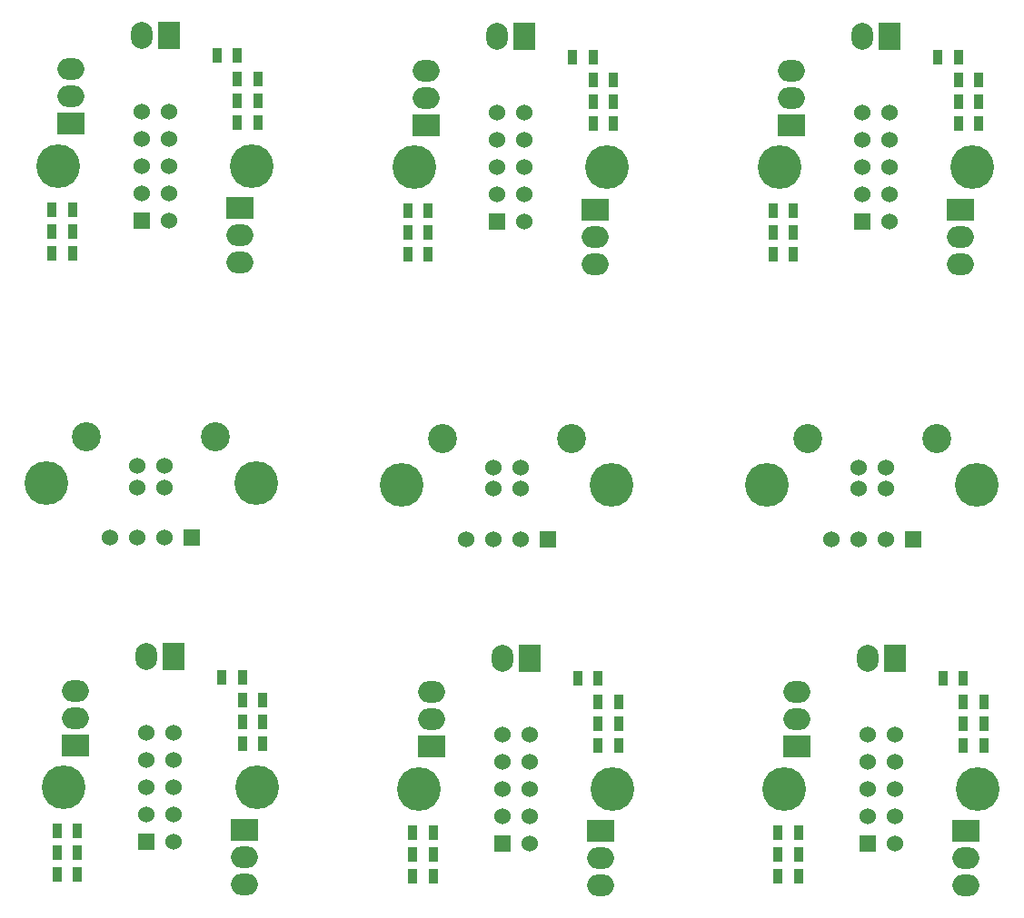
<source format=gbs>
G04 (created by PCBNEW (2013-may-18)-stable) date Пн 18 апр 2016 10:16:46*
%MOIN*%
G04 Gerber Fmt 3.4, Leading zero omitted, Abs format*
%FSLAX34Y34*%
G01*
G70*
G90*
G04 APERTURE LIST*
%ADD10C,0.00590551*%
%ADD11C,0.16*%
%ADD12R,0.06X0.06*%
%ADD13C,0.06*%
%ADD14R,0.0787402X0.0984252*%
%ADD15O,0.0787402X0.0984252*%
%ADD16R,0.0984252X0.0787402*%
%ADD17O,0.0984252X0.0787402*%
%ADD18R,0.035X0.055*%
%ADD19C,0.1063*%
G04 APERTURE END LIST*
G54D10*
G54D11*
X57836Y-75310D03*
X64923Y-75310D03*
G54D12*
X60880Y-77310D03*
G54D13*
X61880Y-77310D03*
X60880Y-76310D03*
X61880Y-76310D03*
X60880Y-75310D03*
X61880Y-75310D03*
X60880Y-74310D03*
X61880Y-74310D03*
X60880Y-73310D03*
X61880Y-73310D03*
G54D14*
X61880Y-70510D03*
G54D15*
X60880Y-70510D03*
G54D16*
X58280Y-73760D03*
G54D17*
X58280Y-72760D03*
X58280Y-71760D03*
G54D16*
X64480Y-76860D03*
G54D17*
X64480Y-77860D03*
X64480Y-78860D03*
G54D18*
X63655Y-71260D03*
X64405Y-71260D03*
X58355Y-78510D03*
X57605Y-78510D03*
X58355Y-77710D03*
X57605Y-77710D03*
X58355Y-76910D03*
X57605Y-76910D03*
X64405Y-72110D03*
X65155Y-72110D03*
X64405Y-72910D03*
X65155Y-72910D03*
X64405Y-73710D03*
X65155Y-73710D03*
X64215Y-50900D03*
X64965Y-50900D03*
X64215Y-50100D03*
X64965Y-50100D03*
X64215Y-49300D03*
X64965Y-49300D03*
X58165Y-54100D03*
X57415Y-54100D03*
X58165Y-54900D03*
X57415Y-54900D03*
X58165Y-55700D03*
X57415Y-55700D03*
X63465Y-48450D03*
X64215Y-48450D03*
G54D16*
X64290Y-54050D03*
G54D17*
X64290Y-55050D03*
X64290Y-56050D03*
G54D16*
X58090Y-50950D03*
G54D17*
X58090Y-49950D03*
X58090Y-48950D03*
G54D14*
X61690Y-47700D03*
G54D15*
X60690Y-47700D03*
G54D12*
X60690Y-54500D03*
G54D13*
X61690Y-54500D03*
X60690Y-53500D03*
X61690Y-53500D03*
X60690Y-52500D03*
X61690Y-52500D03*
X60690Y-51500D03*
X61690Y-51500D03*
X60690Y-50500D03*
X61690Y-50500D03*
G54D11*
X64733Y-52500D03*
X57646Y-52500D03*
G54D13*
X60550Y-64300D03*
X61550Y-64300D03*
X61550Y-63513D03*
X60550Y-63513D03*
G54D19*
X58688Y-62450D03*
X63412Y-62450D03*
G54D12*
X62550Y-66150D03*
G54D13*
X61550Y-66150D03*
X60550Y-66150D03*
X59550Y-66150D03*
G54D11*
X57200Y-64150D03*
X64900Y-64150D03*
X77950Y-64200D03*
X70250Y-64200D03*
G54D12*
X75600Y-66200D03*
G54D13*
X74600Y-66200D03*
X73600Y-66200D03*
X72600Y-66200D03*
X73600Y-64350D03*
X74600Y-64350D03*
X74600Y-63563D03*
X73600Y-63563D03*
G54D19*
X71738Y-62500D03*
X76462Y-62500D03*
G54D11*
X70696Y-52550D03*
X77783Y-52550D03*
G54D12*
X73740Y-54550D03*
G54D13*
X74740Y-54550D03*
X73740Y-53550D03*
X74740Y-53550D03*
X73740Y-52550D03*
X74740Y-52550D03*
X73740Y-51550D03*
X74740Y-51550D03*
X73740Y-50550D03*
X74740Y-50550D03*
G54D14*
X74740Y-47750D03*
G54D15*
X73740Y-47750D03*
G54D16*
X71140Y-51000D03*
G54D17*
X71140Y-50000D03*
X71140Y-49000D03*
G54D16*
X77340Y-54100D03*
G54D17*
X77340Y-55100D03*
X77340Y-56100D03*
G54D18*
X76515Y-48500D03*
X77265Y-48500D03*
X71215Y-55750D03*
X70465Y-55750D03*
X71215Y-54950D03*
X70465Y-54950D03*
X71215Y-54150D03*
X70465Y-54150D03*
X77265Y-49350D03*
X78015Y-49350D03*
X77265Y-50150D03*
X78015Y-50150D03*
X77265Y-50950D03*
X78015Y-50950D03*
X77455Y-73760D03*
X78205Y-73760D03*
X77455Y-72960D03*
X78205Y-72960D03*
X77455Y-72160D03*
X78205Y-72160D03*
X71405Y-76960D03*
X70655Y-76960D03*
X71405Y-77760D03*
X70655Y-77760D03*
X71405Y-78560D03*
X70655Y-78560D03*
X76705Y-71310D03*
X77455Y-71310D03*
G54D16*
X77530Y-76910D03*
G54D17*
X77530Y-77910D03*
X77530Y-78910D03*
G54D16*
X71330Y-73810D03*
G54D17*
X71330Y-72810D03*
X71330Y-71810D03*
G54D14*
X74930Y-70560D03*
G54D15*
X73930Y-70560D03*
G54D12*
X73930Y-77360D03*
G54D13*
X74930Y-77360D03*
X73930Y-76360D03*
X74930Y-76360D03*
X73930Y-75360D03*
X74930Y-75360D03*
X73930Y-74360D03*
X74930Y-74360D03*
X73930Y-73360D03*
X74930Y-73360D03*
G54D11*
X77973Y-75360D03*
X70886Y-75360D03*
X84286Y-75360D03*
X91373Y-75360D03*
G54D12*
X87330Y-77360D03*
G54D13*
X88330Y-77360D03*
X87330Y-76360D03*
X88330Y-76360D03*
X87330Y-75360D03*
X88330Y-75360D03*
X87330Y-74360D03*
X88330Y-74360D03*
X87330Y-73360D03*
X88330Y-73360D03*
G54D14*
X88330Y-70560D03*
G54D15*
X87330Y-70560D03*
G54D16*
X84730Y-73810D03*
G54D17*
X84730Y-72810D03*
X84730Y-71810D03*
G54D16*
X90930Y-76910D03*
G54D17*
X90930Y-77910D03*
X90930Y-78910D03*
G54D18*
X90105Y-71310D03*
X90855Y-71310D03*
X84805Y-78560D03*
X84055Y-78560D03*
X84805Y-77760D03*
X84055Y-77760D03*
X84805Y-76960D03*
X84055Y-76960D03*
X90855Y-72160D03*
X91605Y-72160D03*
X90855Y-72960D03*
X91605Y-72960D03*
X90855Y-73760D03*
X91605Y-73760D03*
X90665Y-50950D03*
X91415Y-50950D03*
X90665Y-50150D03*
X91415Y-50150D03*
X90665Y-49350D03*
X91415Y-49350D03*
X84615Y-54150D03*
X83865Y-54150D03*
X84615Y-54950D03*
X83865Y-54950D03*
X84615Y-55750D03*
X83865Y-55750D03*
X89915Y-48500D03*
X90665Y-48500D03*
G54D16*
X90740Y-54100D03*
G54D17*
X90740Y-55100D03*
X90740Y-56100D03*
G54D16*
X84540Y-51000D03*
G54D17*
X84540Y-50000D03*
X84540Y-49000D03*
G54D14*
X88140Y-47750D03*
G54D15*
X87140Y-47750D03*
G54D12*
X87140Y-54550D03*
G54D13*
X88140Y-54550D03*
X87140Y-53550D03*
X88140Y-53550D03*
X87140Y-52550D03*
X88140Y-52550D03*
X87140Y-51550D03*
X88140Y-51550D03*
X87140Y-50550D03*
X88140Y-50550D03*
G54D11*
X91183Y-52550D03*
X84096Y-52550D03*
G54D13*
X87000Y-64350D03*
X88000Y-64350D03*
X88000Y-63563D03*
X87000Y-63563D03*
G54D19*
X85138Y-62500D03*
X89862Y-62500D03*
G54D12*
X89000Y-66200D03*
G54D13*
X88000Y-66200D03*
X87000Y-66200D03*
X86000Y-66200D03*
G54D11*
X83650Y-64200D03*
X91350Y-64200D03*
M02*

</source>
